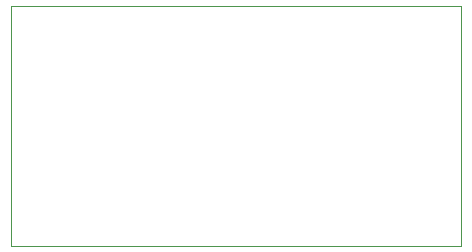
<source format=gbp>
G75*
%MOIN*%
%OFA0B0*%
%FSLAX25Y25*%
%IPPOS*%
%LPD*%
%AMOC8*
5,1,8,0,0,1.08239X$1,22.5*
%
%ADD10C,0.00000*%
D10*
X0088000Y0011800D02*
X0088000Y0091800D01*
X0238000Y0091800D01*
X0238000Y0011800D01*
X0088000Y0011800D01*
M02*

</source>
